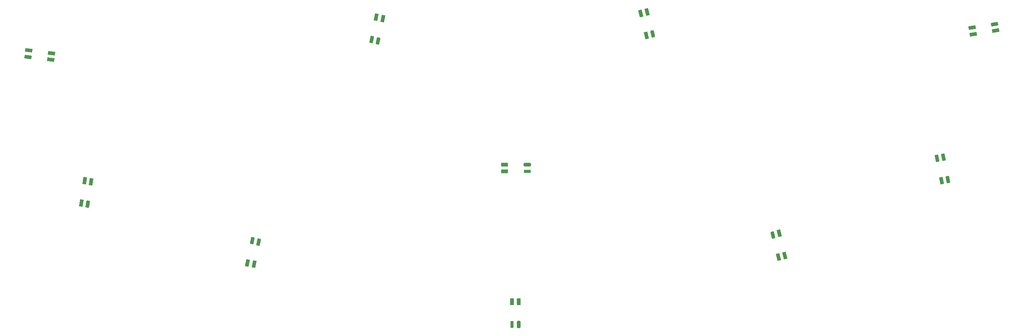
<source format=gtp>
G04 #@! TF.GenerationSoftware,KiCad,Pcbnew,(7.0.0-0)*
G04 #@! TF.CreationDate,2023-03-04T10:35:24+00:00*
G04 #@! TF.ProjectId,LeChiffre,4c654368-6966-4667-9265-2e6b69636164,rev?*
G04 #@! TF.SameCoordinates,Original*
G04 #@! TF.FileFunction,Paste,Top*
G04 #@! TF.FilePolarity,Positive*
%FSLAX46Y46*%
G04 Gerber Fmt 4.6, Leading zero omitted, Abs format (unit mm)*
G04 Created by KiCad (PCBNEW (7.0.0-0)) date 2023-03-04 10:35:24*
%MOMM*%
%LPD*%
G01*
G04 APERTURE LIST*
G04 Aperture macros list*
%AMRoundRect*
0 Rectangle with rounded corners*
0 $1 Rounding radius*
0 $2 $3 $4 $5 $6 $7 $8 $9 X,Y pos of 4 corners*
0 Add a 4 corners polygon primitive as box body*
4,1,4,$2,$3,$4,$5,$6,$7,$8,$9,$2,$3,0*
0 Add four circle primitives for the rounded corners*
1,1,$1+$1,$2,$3*
1,1,$1+$1,$4,$5*
1,1,$1+$1,$6,$7*
1,1,$1+$1,$8,$9*
0 Add four rect primitives between the rounded corners*
20,1,$1+$1,$2,$3,$4,$5,0*
20,1,$1+$1,$4,$5,$6,$7,0*
20,1,$1+$1,$6,$7,$8,$9,0*
20,1,$1+$1,$8,$9,$2,$3,0*%
%AMRotRect*
0 Rectangle, with rotation*
0 The origin of the aperture is its center*
0 $1 length*
0 $2 width*
0 $3 Rotation angle, in degrees counterclockwise*
0 Add horizontal line*
21,1,$1,$2,0,0,$3*%
G04 Aperture macros list end*
%ADD10RotRect,1.622000X0.820000X104.000000*%
%ADD11RoundRect,0.205000X0.345515X-0.538405X0.052306X0.637593X-0.345515X0.538405X-0.052306X-0.637593X0*%
%ADD12RotRect,1.622000X0.803000X104.000000*%
%ADD13R,1.622000X0.820000*%
%ADD14RoundRect,0.205000X-0.606000X-0.205000X0.606000X-0.205000X0.606000X0.205000X-0.606000X0.205000X0*%
%ADD15R,1.622000X0.803000*%
%ADD16RotRect,1.622000X0.820000X173.000000*%
%ADD17RoundRect,0.205000X0.626466X0.129619X-0.576500X0.277325X-0.626466X-0.129619X0.576500X-0.277325X0*%
%ADD18RotRect,1.622000X0.803000X173.000000*%
%ADD19RotRect,1.622000X0.820000X9.000000*%
%ADD20RoundRect,0.205000X-0.566470X-0.297275X0.630608X-0.107677X0.566470X0.297275X-0.630608X0.107677X0*%
%ADD21RotRect,1.622000X0.803000X9.000000*%
%ADD22RotRect,1.622000X0.820000X258.000000*%
%ADD23RoundRect,0.205000X-0.074526X0.635379X-0.326515X-0.550136X0.074526X-0.635379X0.326515X0.550136X0*%
%ADD24RotRect,1.622000X0.803000X258.000000*%
%ADD25R,0.820000X1.622000*%
%ADD26RoundRect,0.205000X-0.205000X0.606000X-0.205000X-0.606000X0.205000X-0.606000X0.205000X0.606000X0*%
%ADD27R,0.803000X1.622000*%
%ADD28RotRect,1.622000X0.820000X281.000000*%
%ADD29RoundRect,0.205000X-0.316864X0.555750X-0.085603X-0.633982X0.316864X-0.555750X0.085603X0.633982X0*%
%ADD30RotRect,1.622000X0.803000X281.000000*%
%ADD31RotRect,1.622000X0.820000X284.000000*%
%ADD32RoundRect,0.205000X-0.345515X0.538405X-0.052306X-0.637593X0.345515X-0.538405X0.052306X0.637593X0*%
%ADD33RotRect,1.622000X0.803000X284.000000*%
%ADD34RotRect,1.622000X0.820000X261.000000*%
%ADD35RoundRect,0.205000X-0.107677X0.630608X-0.297275X-0.566470X0.107677X-0.630608X0.297275X0.566470X0*%
%ADD36RotRect,1.622000X0.803000X261.000000*%
%ADD37RotRect,1.622000X0.820000X78.000000*%
%ADD38RoundRect,0.205000X0.074526X-0.635379X0.326515X0.550136X-0.074526X0.635379X-0.326515X-0.550136X0*%
%ADD39RotRect,1.622000X0.803000X78.000000*%
G04 APERTURE END LIST*
D10*
X205866072Y-123099664D03*
X204410628Y-123462547D03*
D11*
X203157957Y-118438357D03*
D12*
X204605152Y-118077529D03*
D13*
X142235449Y-103965926D03*
X142235449Y-102465926D03*
D14*
X147413450Y-102465927D03*
D15*
X147413449Y-103957426D03*
D16*
X39479579Y-77125558D03*
X39296775Y-78614377D03*
D17*
X34157372Y-77983339D03*
D18*
X34339139Y-76502955D03*
D19*
X248588503Y-72814588D03*
X248353851Y-71333056D03*
D20*
X253468102Y-70523039D03*
D21*
X253701423Y-71996175D03*
D22*
X113158125Y-68983193D03*
X114625346Y-69295061D03*
D23*
X113548780Y-74359910D03*
D24*
X112089872Y-74049809D03*
D25*
X143977270Y-133608222D03*
X145477270Y-133608222D03*
D26*
X145477271Y-138786223D03*
D27*
X143985770Y-138786222D03*
D28*
X240396841Y-101031709D03*
X241869282Y-100745495D03*
D29*
X242857292Y-105828362D03*
D30*
X241393194Y-106112953D03*
D31*
X173140996Y-68086983D03*
X174596440Y-67724100D03*
D32*
X175849113Y-72748292D03*
D33*
X174401916Y-73109118D03*
D34*
X47011755Y-106105285D03*
X48493287Y-106339937D03*
D35*
X47683270Y-111454188D03*
D36*
X46210132Y-111220865D03*
D37*
X85420651Y-125109963D03*
X83953430Y-124798095D03*
D38*
X85029998Y-119733248D03*
D39*
X86488904Y-120043347D03*
M02*

</source>
